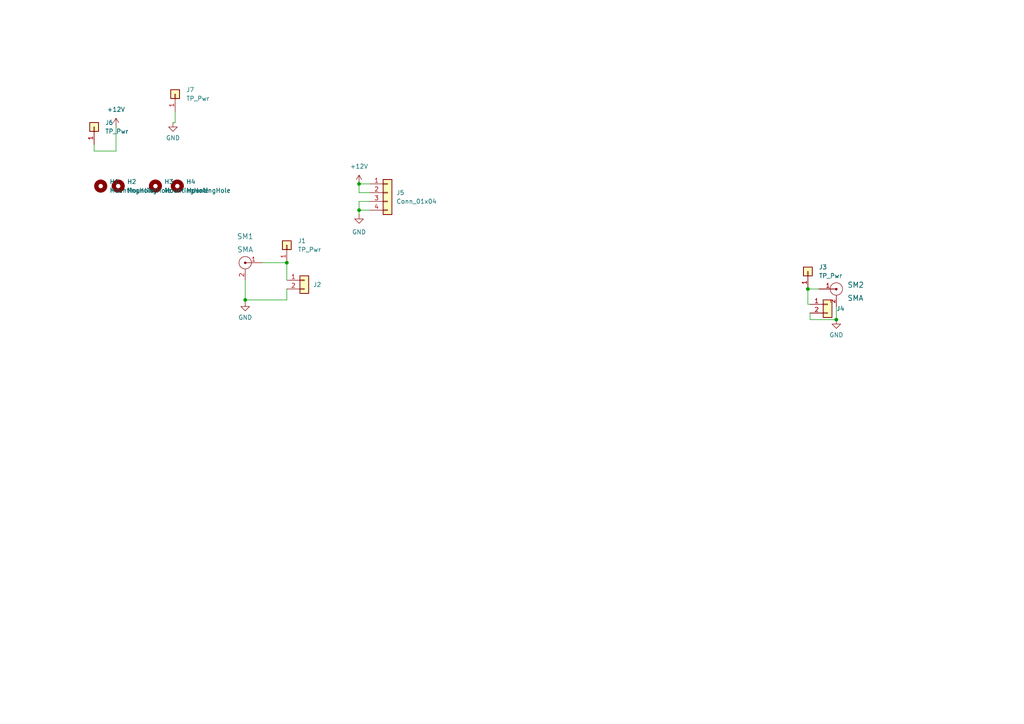
<source format=kicad_sch>
(kicad_sch (version 20211123) (generator eeschema)
  (paper "A4")
  (lib_symbols
    (symbol "Connector_Generic:Conn_01x01" (pin_names (offset 1.016) hide)
      (property "Reference" "J" (at 0 2.54 0))
      (property "Value" "Conn_01x01" (at 0 -2.54 0))
      (symbol "Conn_01x01_1_1"
        (rectangle (start -1.27 0.127) (end 0 -0.127) (stroke (width 0.1524)))
        (rectangle (start -1.27 1.27) (end 1.27 -1.27) (stroke (width 0.254)) (fill (type background)))
        (pin passive line (at -5.08 0 0) (length 3.81) (name "Pin_1") (number "1"))
      )
    )
    (symbol "Connector_Generic:Conn_01x02" (pin_names (offset 1.016) hide)
      (property "Reference" "J" (at 0 2.54 0))
      (property "Value" "Conn_01x02" (at 0 -5.08 0))
      (symbol "Conn_01x02_1_1"
        (rectangle (start -1.27 -2.413) (end 0 -2.667) (stroke (width 0.1524)))
        (rectangle (start -1.27 0.127) (end 0 -0.127) (stroke (width 0.1524)))
        (rectangle (start -1.27 1.27) (end 1.27 -3.81) (stroke (width 0.254)) (fill (type background)))
        (pin passive line (at -5.08 0 0) (length 3.81) (name "Pin_1") (number "1"))
        (pin passive line (at -5.08 -2.54 0) (length 3.81) (name "Pin_2") (number "2"))
      )
    )
    (symbol "Connector_Generic:Conn_01x04" (pin_names (offset 1.016) hide)
      (property "Reference" "J" (at 0 5.08 0))
      (property "Value" "Conn_01x04" (at 0 -7.62 0))
      (symbol "Conn_01x04_1_1"
        (rectangle (start -1.27 -4.953) (end 0 -5.207) (stroke (width 0.1524)))
        (rectangle (start -1.27 -2.413) (end 0 -2.667) (stroke (width 0.1524)))
        (rectangle (start -1.27 0.127) (end 0 -0.127) (stroke (width 0.1524)))
        (rectangle (start -1.27 2.667) (end 0 2.413) (stroke (width 0.1524)))
        (rectangle (start -1.27 3.81) (end 1.27 -6.35) (stroke (width 0.254)) (fill (type background)))
        (pin passive line (at -5.08 2.54 0) (length 3.81) (name "Pin_1") (number "1"))
        (pin passive line (at -5.08 0 0) (length 3.81) (name "Pin_2") (number "2"))
        (pin passive line (at -5.08 -2.54 0) (length 3.81) (name "Pin_3") (number "3"))
        (pin passive line (at -5.08 -5.08 0) (length 3.81) (name "Pin_4") (number "4"))
      )
    )
    (symbol "GND_3" (power) (pin_names (offset 0))
      (property "Value" "GND_3" (at 0 -3.81 0))
      (symbol "GND_3_0_1"
        (polyline (pts (xy 0 0) (xy 0 -1.27) (xy 1.27 -1.27) (xy 0 -2.54) (xy -1.27 -1.27) (xy 0 -1.27)))
      )
      (symbol "GND_3_1_1"
        (pin power_in line (at 0 0 270) (length 0) hide (name "GND") (number "1"))
      )
    )
    (symbol "GND_7" (power) (pin_names (offset 0))
      (property "Value" "GND_7" (at 0 -3.81 0))
      (symbol "GND_7_0_1"
        (polyline (pts (xy 0 0) (xy 0 -1.27) (xy 1.27 -1.27) (xy 0 -2.54) (xy -1.27 -1.27) (xy 0 -1.27)))
      )
      (symbol "GND_7_1_1"
        (pin power_in line (at 0 0 270) (length 0) hide (name "GND") (number "1"))
      )
    )
    (symbol "Mechanical:MountingHole" (pin_names (offset 1.016))
      (property "Reference" "H" (at 0 5.08 0))
      (property "Value" "MountingHole" (at 0 3.175 0))
      (symbol "MountingHole_0_1"
        (circle (center 0 0) (radius 1.27) (stroke (width 1.27)))
      )
    )
    (symbol "RadioBuilder-Sym-V1.00:SMA" (pin_names (offset 1.016))
      (property "Reference" "SM" (at 0 8.89 0))
      (property "Value" "SMA" (at 0 -8.89 0))
      (symbol "SMA_0_0"
        (circle (center 0 -0.0254) (radius 0.2794))
        (circle (center 0 0) (radius 1.8034))
        (circle (center 0.0254 -0.1778) (radius 0.1524))
        (circle (center 0.0254 -0.127) (radius 0.1016))
        (circle (center 0.0254 -0.0508) (radius 0.1778))
        (circle (center 0.0508 -0.2032) (radius 0.1016))
      )
      (symbol "SMA_1_1"
        (pin input line (at 5.08 0 180) (length 5.2578) (name "~") (number "1"))
        (pin input line (at 0 -5.08 90) (length 3.0988) (name "~") (number "2"))
      )
    )
    (symbol "power:+12V" (power) (pin_names (offset 0))
      (property "Value" "+12V" (at 0 3.556 0))
      (symbol "+12V_0_1"
        (polyline (pts (xy -0.762 1.27) (xy 0 2.54)))
        (polyline (pts (xy 0 0) (xy 0 2.54)))
        (polyline (pts (xy 0 2.54) (xy 0.762 1.27)))
      )
      (symbol "+12V_1_1"
        (pin power_in line (at 0 0 90) (length 0) hide (name "+12V") (number "1"))
      )
    )
    (symbol "power:GND" (power) (pin_names (offset 0))
      (property "Value" "GND" (at 0 -3.81 0))
      (symbol "GND_0_1"
        (polyline (pts (xy 0 0) (xy 0 -1.27) (xy 1.27 -1.27) (xy 0 -2.54) (xy -1.27 -1.27) (xy 0 -1.27)))
      )
      (symbol "GND_1_1"
        (pin power_in line (at 0 0 270) (length 0) hide (name "GND") (number "1"))
      )
    )
  )
  (junction (at 71.12 86.995))
  (junction (at 242.57 92.71))
  (junction (at 104.14 53.34))
  (junction (at 104.14 60.96))
  (junction (at 83.185 76.2))
  (junction (at 234.315 83.82))
  (wire (pts (xy 104.14 62.23) (xy 104.14 60.96)))
  (wire (pts (xy 83.185 76.2) (xy 83.185 81.28)))
  (wire (pts (xy 71.12 86.995) (xy 83.185 86.995)))
  (wire (pts (xy 83.185 86.995) (xy 83.185 83.82)))
  (wire (pts (xy 234.95 92.71) (xy 242.57 92.71)))
  (wire (pts (xy 234.315 83.82) (xy 237.49 83.82)))
  (wire (pts (xy 234.315 88.265) (xy 234.95 88.265)))
  (wire (pts (xy 71.12 86.995) (xy 71.12 87.63)))
  (wire (pts (xy 242.57 88.9) (xy 242.57 92.71)))
  (wire (pts (xy 33.655 36.83) (xy 33.655 43.815)))
  (wire (pts (xy 71.12 81.28) (xy 71.12 86.995)))
  (wire (pts (xy 50.8 32.385) (xy 50.8 35.56)))
  (wire (pts (xy 104.14 58.42) (xy 104.14 60.96)))
  (wire (pts (xy 27.305 41.91) (xy 27.305 43.815)))
  (wire (pts (xy 104.14 53.34) (xy 104.14 55.88)))
  (wire (pts (xy 104.14 53.34) (xy 107.315 53.34)))
  (wire (pts (xy 234.315 83.82) (xy 234.315 88.265)))
  (wire (pts (xy 104.14 60.96) (xy 107.315 60.96)))
  (wire (pts (xy 76.2 76.2) (xy 83.185 76.2)))
  (wire (pts (xy 27.305 43.815) (xy 33.655 43.815)))
  (wire (pts (xy 104.14 55.88) (xy 107.315 55.88)))
  (wire (pts (xy 234.95 90.805) (xy 234.95 92.71)))
  (wire (pts (xy 50.165 35.56) (xy 50.8 35.56)))
  (wire (pts (xy 107.315 58.42) (xy 104.14 58.42)))
  (symbol (lib_id "Mechanical:MountingHole") (at 34.29 53.975 0) (unit 1)
    (property "Reference" "H2" (at 36.83 52.7049 0) (effects (justify left)))
    (property "Value" "MountingHole" (at 36.83 55.2449 0) (effects (justify left)))
    (property "Footprint" "TestPoint:TestPoint_Plated_Hole_D3.0mm" (effects hide))
  )
  (symbol (lib_id "power:GND") (at 104.14 62.23 0) (unit 1)
    (property "Reference" "#PWR07" (effects hide))
    (property "Value" "GND" (at 104.14 67.31 0))
  )
  (symbol (lib_id "RadioBuilder-Sym-V1.00:SMA") (at 71.12 76.2 0) (unit 1)
    (property "Reference" "SM1" (at 71.12 68.58 0) (effects (font (size 1.524 1.524))))
    (property "Value" "SMA" (at 71.12 72.39 0) (effects (font (size 1.524 1.524))))
    (property "Footprint" "rblib_v1.1:SMA" (effects hide))
  )
  (symbol (lib_id "Connector_Generic:Conn_01x01") (at 234.315 78.74 90) (unit 1)
    (property "Reference" "J3" (at 237.49 77.4699 90) (effects (justify right)))
    (property "Value" "TP_Pwr" (at 237.49 80.0099 90) (effects (justify right)))
    (property "Footprint" "Connector_PinHeader_2.54mm:PinHeader_1x01_P2.54mm_Vertical" (effects hide))
  )
  (symbol (lib_id "Connector_Generic:Conn_01x01") (at 27.305 36.83 90) (unit 1)
    (property "Reference" "J6" (at 30.48 35.5599 90) (effects (justify right)))
    (property "Value" "TP_Pwr" (at 30.48 38.0999 90) (effects (justify right)))
    (property "Footprint" "Connector_PinHeader_2.54mm:PinHeader_1x01_P2.54mm_Vertical" (effects hide))
  )
  (symbol (lib_id "Connector_Generic:Conn_01x02") (at 88.265 81.28 0) (unit 1)
    (property "Reference" "J2" (at 90.805 82.5499 0) (effects (justify left)))
    (property "Value" "Conn_01x02" (effects hide))
    (property "Footprint" "Connector_PinHeader_2.54mm:PinHeader_1x02_P2.54mm_Vertical" (effects hide))
  )
  (symbol (lib_name "GND_3") (lib_id "power:GND") (at 71.12 87.63 0) (unit 1)
    (property "Reference" "#PWR03" (effects hide))
    (property "Value" "GND" (at 71.12 92.075 0))
  )
  (symbol (lib_id "power:+12V") (at 33.655 36.83 0) (unit 1)
    (property "Reference" "#PWR01" (effects hide))
    (property "Value" "+12V" (at 33.655 31.75 0))
  )
  (symbol (lib_id "Connector_Generic:Conn_01x01") (at 50.8 27.305 90) (unit 1)
    (property "Reference" "J7" (at 53.975 26.0349 90) (effects (justify right)))
    (property "Value" "TP_Pwr" (at 53.975 28.5749 90) (effects (justify right)))
    (property "Footprint" "Connector_PinHeader_2.54mm:PinHeader_1x01_P2.54mm_Vertical" (effects hide))
  )
  (symbol (lib_id "Mechanical:MountingHole") (at 29.21 53.975 0) (unit 1)
    (property "Reference" "H1" (at 31.75 52.7049 0) (effects (justify left)))
    (property "Value" "MountingHole" (at 31.75 55.2449 0) (effects (justify left)))
    (property "Footprint" "TestPoint:TestPoint_Plated_Hole_D3.0mm" (effects hide))
  )
  (symbol (lib_id "RadioBuilder-Sym-V1.00:SMA") (at 242.57 83.82 0) (mirror y) (unit 1)
    (property "Reference" "SM2" (at 245.745 82.6389 0) (effects (font (size 1.524 1.524)) (justify right)))
    (property "Value" "SMA" (at 245.745 86.4489 0) (effects (font (size 1.524 1.524)) (justify right)))
    (property "Footprint" "rblib_v1.1:SMA" (effects hide))
  )
  (symbol (lib_id "power:GND") (at 50.165 35.56 0) (unit 1)
    (property "Reference" "#PWR02" (effects hide))
    (property "Value" "GND" (at 50.165 40.005 0))
  )
  (symbol (lib_id "Mechanical:MountingHole") (at 51.435 53.975 0) (unit 1)
    (property "Reference" "H4" (at 53.975 52.7049 0) (effects (justify left)))
    (property "Value" "MountingHole" (at 53.975 55.2449 0) (effects (justify left)))
    (property "Footprint" "TestPoint:TestPoint_Plated_Hole_D3.0mm" (effects hide))
  )
  (symbol (lib_id "Connector_Generic:Conn_01x02") (at 240.03 88.265 0) (unit 1)
    (property "Reference" "J4" (at 242.57 89.5349 0) (effects (justify left)))
    (property "Value" "Conn_01x02" (effects hide))
    (property "Footprint" "Connector_PinHeader_2.54mm:PinHeader_1x02_P2.54mm_Vertical" (effects hide))
  )
  (symbol (lib_name "GND_7") (lib_id "power:GND") (at 242.57 92.71 0) (unit 1)
    (property "Reference" "#PWR04" (effects hide))
    (property "Value" "GND" (at 242.57 97.155 0))
  )
  (symbol (lib_id "Mechanical:MountingHole") (at 45.085 53.975 0) (unit 1)
    (property "Reference" "H3" (at 47.625 52.7049 0) (effects (justify left)))
    (property "Value" "MountingHole" (at 47.625 55.2449 0) (effects (justify left)))
    (property "Footprint" "TestPoint:TestPoint_Plated_Hole_D3.0mm" (effects hide))
  )
  (symbol (lib_id "power:+12V") (at 104.14 53.34 0) (unit 1)
    (property "Reference" "#PWR06" (effects hide))
    (property "Value" "+12V" (at 104.14 48.26 0))
  )
  (symbol (lib_id "Connector_Generic:Conn_01x04") (at 112.395 55.88 0) (unit 1)
    (property "Reference" "J5" (at 114.935 55.8799 0) (effects (justify left)))
    (property "Value" "Conn_01x04" (at 114.935 58.4199 0) (effects (justify left)))
    (property "Footprint" "Connector_PinSocket_2.54mm:PinSocket_1x04_P2.54mm_Vertical" (effects hide))
  )
  (symbol (lib_id "Connector_Generic:Conn_01x01") (at 83.185 71.12 90) (unit 1)
    (property "Reference" "J1" (at 86.36 69.8499 90) (effects (justify right)))
    (property "Value" "TP_Pwr" (at 86.36 72.3899 90) (effects (justify right)))
    (property "Footprint" "Connector_PinHeader_2.54mm:PinHeader_1x01_P2.54mm_Vertical" (effects hide))
  )
)
</source>
